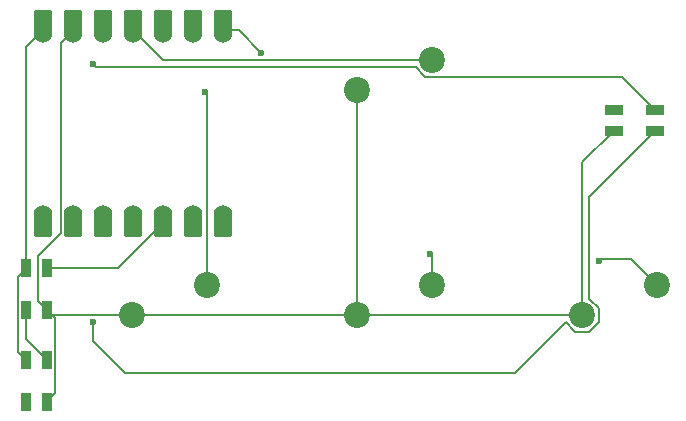
<source format=gbr>
%TF.GenerationSoftware,KiCad,Pcbnew,9.0.3*%
%TF.CreationDate,2025-07-11T18:10:02-07:00*%
%TF.ProjectId,hackpad,6861636b-7061-4642-9e6b-696361645f70,rev?*%
%TF.SameCoordinates,Original*%
%TF.FileFunction,Copper,L1,Top*%
%TF.FilePolarity,Positive*%
%FSLAX46Y46*%
G04 Gerber Fmt 4.6, Leading zero omitted, Abs format (unit mm)*
G04 Created by KiCad (PCBNEW 9.0.3) date 2025-07-11 18:10:02*
%MOMM*%
%LPD*%
G01*
G04 APERTURE LIST*
G04 Aperture macros list*
%AMRoundRect*
0 Rectangle with rounded corners*
0 $1 Rounding radius*
0 $2 $3 $4 $5 $6 $7 $8 $9 X,Y pos of 4 corners*
0 Add a 4 corners polygon primitive as box body*
4,1,4,$2,$3,$4,$5,$6,$7,$8,$9,$2,$3,0*
0 Add four circle primitives for the rounded corners*
1,1,$1+$1,$2,$3*
1,1,$1+$1,$4,$5*
1,1,$1+$1,$6,$7*
1,1,$1+$1,$8,$9*
0 Add four rect primitives between the rounded corners*
20,1,$1+$1,$2,$3,$4,$5,0*
20,1,$1+$1,$4,$5,$6,$7,0*
20,1,$1+$1,$6,$7,$8,$9,0*
20,1,$1+$1,$8,$9,$2,$3,0*%
G04 Aperture macros list end*
%TA.AperFunction,ComponentPad*%
%ADD10C,2.200000*%
%TD*%
%TA.AperFunction,SMDPad,CuDef*%
%ADD11R,0.850000X1.600000*%
%TD*%
%TA.AperFunction,SMDPad,CuDef*%
%ADD12RoundRect,0.152400X-0.609600X1.063600X-0.609600X-1.063600X0.609600X-1.063600X0.609600X1.063600X0*%
%TD*%
%TA.AperFunction,ComponentPad*%
%ADD13C,1.524000*%
%TD*%
%TA.AperFunction,SMDPad,CuDef*%
%ADD14RoundRect,0.152400X0.609600X-1.063600X0.609600X1.063600X-0.609600X1.063600X-0.609600X-1.063600X0*%
%TD*%
%TA.AperFunction,SMDPad,CuDef*%
%ADD15R,1.600000X0.850000*%
%TD*%
%TA.AperFunction,ViaPad*%
%ADD16C,0.600000*%
%TD*%
%TA.AperFunction,Conductor*%
%ADD17C,0.200000*%
%TD*%
G04 APERTURE END LIST*
D10*
%TO.P,SW1,1,1*%
%TO.N,Net-(U1-GPIO3{slash}MOSI)*%
X145415000Y-30638750D03*
%TO.P,SW1,2,2*%
%TO.N,GND*%
X139065000Y-33178750D03*
%TD*%
D11*
%TO.P,D1,1,DOUT*%
%TO.N,Net-(D1-DOUT)*%
X111043750Y-51756250D03*
%TO.P,D1,2,VSS*%
%TO.N,GND*%
X112793750Y-51756250D03*
%TO.P,D1,3,DIN*%
%TO.N,Net-(D1-DIN)*%
X112793750Y-48256250D03*
%TO.P,D1,4,VDD*%
%TO.N,+5V*%
X111043750Y-48256250D03*
%TD*%
D10*
%TO.P,SW2,1,1*%
%TO.N,Net-(U1-GPIO4{slash}MISO)*%
X126365000Y-49688750D03*
%TO.P,SW2,2,2*%
%TO.N,GND*%
X120015000Y-52228750D03*
%TD*%
%TO.P,SW3,1,1*%
%TO.N,Net-(U1-GPIO2{slash}SCK)*%
X164465000Y-49688750D03*
%TO.P,SW3,2,2*%
%TO.N,GND*%
X158115000Y-52228750D03*
%TD*%
D12*
%TO.P,U1,1,GPIO26/ADC0/A0*%
%TO.N,Net-(D3-DIN)*%
X112480000Y-44455000D03*
D13*
X112480000Y-43620000D03*
D12*
%TO.P,U1,2,GPIO27/ADC1/A1*%
%TO.N,unconnected-(U1-GPIO27{slash}ADC1{slash}A1-Pad2)*%
X115020000Y-44455000D03*
D13*
X115020000Y-43620000D03*
D12*
%TO.P,U1,3,GPIO28/ADC2/A2*%
%TO.N,unconnected-(U1-GPIO28{slash}ADC2{slash}A2-Pad3)*%
X117560000Y-44455000D03*
D13*
X117560000Y-43620000D03*
D12*
%TO.P,U1,4,GPIO29/ADC3/A3*%
%TO.N,unconnected-(U1-GPIO29{slash}ADC3{slash}A3-Pad4)*%
X120100000Y-44455000D03*
D13*
X120100000Y-43620000D03*
D12*
%TO.P,U1,5,GPIO6/SDA*%
%TO.N,Net-(D1-DIN)*%
X122640000Y-44455000D03*
D13*
X122640000Y-43620000D03*
D12*
%TO.P,U1,6,GPIO7/SCL*%
%TO.N,unconnected-(U1-GPIO7{slash}SCL-Pad6)*%
X125180000Y-44455000D03*
D13*
X125180000Y-43620000D03*
D12*
%TO.P,U1,7,GPIO0/TX*%
%TO.N,unconnected-(U1-GPIO0{slash}TX-Pad7)*%
X127720000Y-44455000D03*
D13*
X127720000Y-43620000D03*
%TO.P,U1,8,GPIO1/RX*%
%TO.N,Net-(U1-GPIO1{slash}RX)*%
X127720000Y-28380000D03*
D14*
X127720000Y-27545000D03*
D13*
%TO.P,U1,9,GPIO2/SCK*%
%TO.N,Net-(U1-GPIO2{slash}SCK)*%
X125180000Y-28380000D03*
D14*
X125180000Y-27545000D03*
D13*
%TO.P,U1,10,GPIO4/MISO*%
%TO.N,Net-(U1-GPIO4{slash}MISO)*%
X122640000Y-28380000D03*
D14*
X122640000Y-27545000D03*
D13*
%TO.P,U1,11,GPIO3/MOSI*%
%TO.N,Net-(U1-GPIO3{slash}MOSI)*%
X120100000Y-28380000D03*
D14*
X120100000Y-27545000D03*
D13*
%TO.P,U1,12,3V3*%
%TO.N,unconnected-(U1-3V3-Pad12)_1*%
X117560000Y-28380000D03*
D14*
%TO.N,unconnected-(U1-3V3-Pad12)*%
X117560000Y-27545000D03*
D13*
%TO.P,U1,13,GND*%
%TO.N,GND*%
X115020000Y-28380000D03*
D14*
X115020000Y-27545000D03*
D13*
%TO.P,U1,14,VBUS*%
%TO.N,+5V*%
X112480000Y-28380000D03*
D14*
X112480000Y-27545000D03*
%TD*%
D11*
%TO.P,D2,1,DOUT*%
%TO.N,unconnected-(D2-DOUT-Pad1)*%
X111043750Y-59531250D03*
%TO.P,D2,2,VSS*%
%TO.N,GND*%
X112793750Y-59531250D03*
%TO.P,D2,3,DIN*%
%TO.N,Net-(D1-DOUT)*%
X112793750Y-56031250D03*
%TO.P,D2,4,VDD*%
%TO.N,+5V*%
X111043750Y-56031250D03*
%TD*%
D15*
%TO.P,D3,1,DOUT*%
%TO.N,unconnected-(D3-DOUT-Pad1)*%
X160806250Y-34843750D03*
%TO.P,D3,2,VSS*%
%TO.N,GND*%
X160806250Y-36593750D03*
%TO.P,D3,3,DIN*%
%TO.N,Net-(D3-DIN)*%
X164306250Y-36593750D03*
%TO.P,D3,4,VDD*%
%TO.N,+5V*%
X164306250Y-34843750D03*
%TD*%
D10*
%TO.P,SW4,1,1*%
%TO.N,Net-(U1-GPIO1{slash}RX)*%
X145415000Y-49688750D03*
%TO.P,SW4,2,2*%
%TO.N,GND*%
X139065000Y-52228750D03*
%TD*%
D16*
%TO.N,+5V*%
X116681250Y-30956250D03*
%TO.N,Net-(D3-DIN)*%
X116681250Y-52828750D03*
%TO.N,Net-(U1-GPIO4{slash}MISO)*%
X126206250Y-33337500D03*
%TO.N,Net-(U1-GPIO2{slash}SCK)*%
X159543750Y-47625000D03*
%TO.N,Net-(U1-GPIO1{slash}RX)*%
X145256250Y-47025000D03*
X130968750Y-30038750D03*
%TD*%
D17*
%TO.N,Net-(D1-DOUT)*%
X111043750Y-51756250D02*
X111043750Y-54281250D01*
X111043750Y-54281250D02*
X112793750Y-56031250D01*
%TO.N,GND*%
X112098376Y-47155250D02*
X112067750Y-47155250D01*
X113266250Y-52228750D02*
X112793750Y-51756250D01*
X112067750Y-51030250D02*
X112793750Y-51756250D01*
X113519750Y-58805250D02*
X113519750Y-52482250D01*
X113519750Y-52482250D02*
X112793750Y-51756250D01*
X113957000Y-29161750D02*
X113957000Y-45296626D01*
X113957000Y-45296626D02*
X112098376Y-47155250D01*
X158115000Y-52228750D02*
X139065000Y-52228750D01*
X139065000Y-52228750D02*
X120015000Y-52228750D01*
X139065000Y-52228750D02*
X139065000Y-33178750D01*
X112793750Y-59531250D02*
X113519750Y-58805250D01*
X115020000Y-27545000D02*
X115020000Y-28380000D01*
X158115000Y-52228750D02*
X158115000Y-39285000D01*
X158115000Y-39285000D02*
X160806250Y-36593750D01*
X112067750Y-47155250D02*
X112067750Y-51030250D01*
X115020000Y-28098750D02*
X113957000Y-29161750D01*
X120015000Y-52228750D02*
X113266250Y-52228750D01*
%TO.N,Net-(D1-DIN)*%
X118800130Y-48256250D02*
X112793750Y-48256250D01*
X122640000Y-43338750D02*
X122640000Y-44416380D01*
X122640000Y-44416380D02*
X118800130Y-48256250D01*
%TO.N,+5V*%
X164306250Y-34843750D02*
X161502250Y-32039750D01*
X111043750Y-48256250D02*
X110317750Y-48982250D01*
X112480000Y-28098750D02*
X111043750Y-29535000D01*
X144834686Y-32039750D02*
X144014000Y-31219064D01*
X116944064Y-31219064D02*
X116681250Y-30956250D01*
X161502250Y-32039750D02*
X144834686Y-32039750D01*
X110317750Y-55305250D02*
X111043750Y-56031250D01*
X144014000Y-31219064D02*
X116944064Y-31219064D01*
X111043750Y-29535000D02*
X111043750Y-48256250D01*
X110317750Y-48982250D02*
X110317750Y-55305250D01*
%TO.N,Net-(D3-DIN)*%
X159516000Y-51648436D02*
X159516000Y-52809064D01*
X158695314Y-53629750D02*
X157534686Y-53629750D01*
X119397530Y-57119750D02*
X116681250Y-54403470D01*
X152403314Y-57119750D02*
X119397530Y-57119750D01*
X157534686Y-53629750D02*
X156714000Y-52809064D01*
X159516000Y-52809064D02*
X158695314Y-53629750D01*
X158695314Y-50827750D02*
X159516000Y-51648436D01*
X156714000Y-52809064D02*
X152403314Y-57119750D01*
X164306250Y-36593750D02*
X158695314Y-42204686D01*
X116681250Y-54403470D02*
X116681250Y-52828750D01*
X158695314Y-42204686D02*
X158695314Y-50827750D01*
%TO.N,Net-(U1-GPIO3{slash}MOSI)*%
X145415000Y-30638750D02*
X122640000Y-30638750D01*
X122640000Y-30638750D02*
X120100000Y-28098750D01*
%TO.N,Net-(U1-GPIO4{slash}MISO)*%
X126365000Y-33496250D02*
X126206250Y-33337500D01*
X126365000Y-49688750D02*
X126365000Y-33496250D01*
%TO.N,Net-(U1-GPIO2{slash}SCK)*%
X159705250Y-47463500D02*
X159543750Y-47625000D01*
X164465000Y-49688750D02*
X162239750Y-47463500D01*
X162239750Y-47463500D02*
X159705250Y-47463500D01*
%TO.N,Net-(U1-GPIO1{slash}RX)*%
X145415000Y-47183750D02*
X145415000Y-49688750D01*
X127720000Y-28098750D02*
X129028750Y-28098750D01*
X145256250Y-47025000D02*
X145415000Y-47183750D01*
X129028750Y-28098750D02*
X130968750Y-30038750D01*
%TD*%
M02*

</source>
